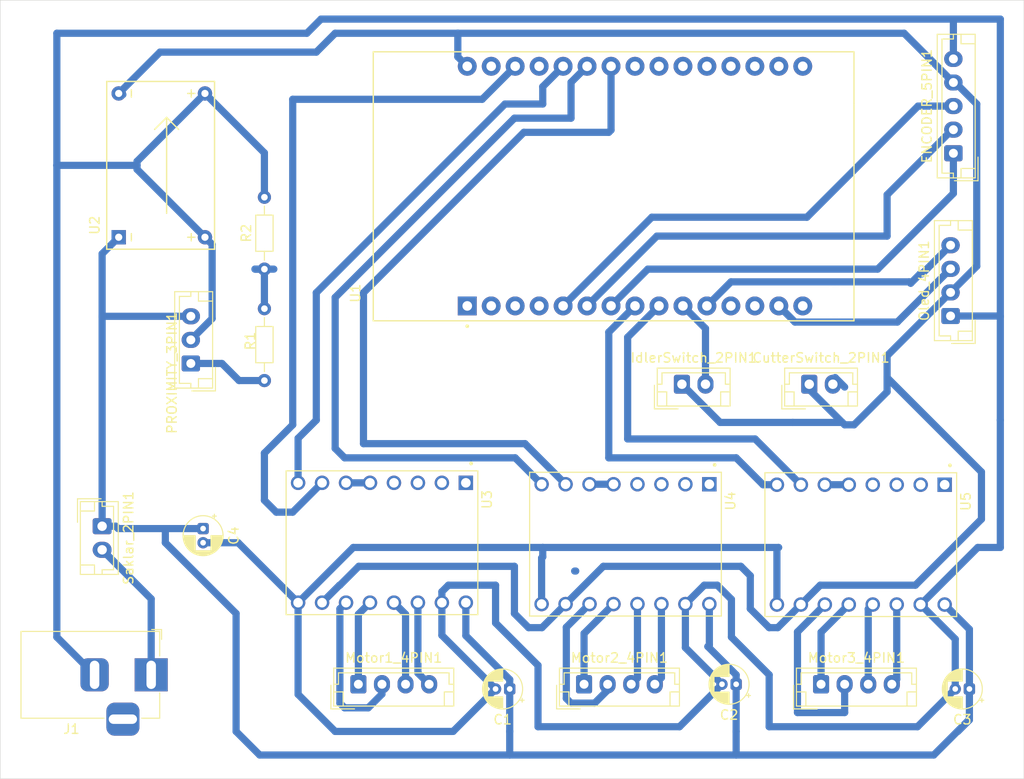
<source format=kicad_pcb>
(kicad_pcb (version 20241229) (generator "pcbnew") (generator_version "9.0")
  (title_block (title "Capstone"))
  (layers (0 "F.Cu" signal) (2 "B.Cu" signal) (13 "F.Paste" user) (15 "B.Paste" user) (5 "F.SilkS" user "F.Silkscreen") (7 "B.SilkS" user "B.Silkscreen") (1 "F.Mask" user) (3 "B.Mask" user) (25 "Edge.Cuts" user))
  (net 0 "")
  (net 1 "GND")
  (net 26 "DATA_PROX_12v")
  (net 27 "DATA_PROX_2v")
  (net 28 "Net-(U3-~{RESET})")
  (net 29 "Net-(U4-~{RESET})")
  (net 30 "Net-(U5-~{RESET})")
  (net 31 "12v_in")
  (net 32 "12v")
  (net 33 "5v")
  (net 34 "M1_2B")
  (net 35 "M1_STEP")
  (net 36 "M1_1A")
  (net 37 "M1_DIR")
  (net 38 "M1_1B")
  (net 39 "M1_2A")
  (net 40 "M2_2B")
  (net 41 "M2_1B")
  (net 42 "M2_DIR")
  (net 43 "M2_1A")
  (net 44 "M2_2A")
  (net 45 "M2_STEP")
  (net 46 "M3_1B")
  (net 47 "M3_DIR")
  (net 48 "M3_STEP")
  (net 49 "M3_2B")
  (net 50 "M3_1A")
  (net 51 "M3_2A")
  (net 52 "Cutter_Data")
  (net 53 "CLK")
  (net 54 "SW")
  (net 55 "DT")
  (net 56 "Idller_Data")
  (net 57 "SDA")
  (net 58 "SCL")
  (footprint "Resistor_THT:R_Axial_DIN0204_L3.6mm_D1.6mm_P7.62mm_Horizontal" (layer "F.Cu") (at 88 60.31 90)
    (property "Reference" "R1" (at 4.19 -1.5 90) (layer "F.SilkS"))
    (property "Value" "12k")
    (pad "1" thru_hole circle (at 0 0 90) (size 1.4 1.4) (drill 0.7) (layers "*.Cu" "*.Mask") (net 26 "DATA_PROX_12v"))
    (pad "2" thru_hole circle (at 7.62 0 90) (size 1.4 1.4) (drill 0.7) (layers "*.Cu" "*.Mask") (net 27 "DATA_PROX_2v"))
  )
  (footprint "A4988_STEPPER_MOTOR_DRIVER_CARRIER_BLACK:MODULE_A4988_STEPPER_MOTOR_DRIVER_CARRIER_BLACK" (layer "F.Cu") (at 126.27 77.65 -90)
    (property "Reference" "U4" (at -4.575 -11.135 90) (layer "F.SilkS"))
    (property "Value" "MOTOR2_DRIVER")
    (pad "1" thru_hole rect (at -6.35 -8.89 270) (size 1.53 1.53) (drill 1.02) (layers "*.Cu" "*.Mask"))
    (pad "2" thru_hole circle (at -6.35 -6.35 270) (size 1.53 1.53) (drill 1.02) (layers "*.Cu" "*.Mask"))
    (pad "3" thru_hole circle (at -6.35 -3.81 270) (size 1.53 1.53) (drill 1.02) (layers "*.Cu" "*.Mask"))
    (pad "4" thru_hole circle (at -6.35 -1.27 270) (size 1.53 1.53) (drill 1.02) (layers "*.Cu" "*.Mask"))
    (pad "5" thru_hole circle (at -6.35 1.27 270) (size 1.53 1.53) (drill 1.02) (layers "*.Cu" "*.Mask") (net 29 "Net-(U4-~{RESET})"))
    (pad "6" thru_hole circle (at -6.35 3.81 270) (size 1.53 1.53) (drill 1.02) (layers "*.Cu" "*.Mask") (net 29 "Net-(U4-~{RESET})"))
    (pad "7" thru_hole circle (at -6.35 6.35 270) (size 1.53 1.53) (drill 1.02) (layers "*.Cu" "*.Mask") (net 45 "M2_STEP"))
    (pad "8" thru_hole circle (at -6.35 8.89 270) (size 1.53 1.53) (drill 1.02) (layers "*.Cu" "*.Mask") (net 42 "M2_DIR"))
    (pad "9" thru_hole circle (at 6.35 8.89 270) (size 1.53 1.53) (drill 1.02) (layers "*.Cu" "*.Mask") (net 1 "GND"))
    (pad "10" thru_hole circle (at 6.35 6.35 270) (size 1.53 1.53) (drill 1.02) (layers "*.Cu" "*.Mask") (net 33 "5v"))
    (pad "11" thru_hole circle (at 6.35 3.81 270) (size 1.53 1.53) (drill 1.02) (layers "*.Cu" "*.Mask") (net 41 "M2_1B"))
    (pad "12" thru_hole circle (at 6.35 1.27 270) (size 1.53 1.53) (drill 1.02) (layers "*.Cu" "*.Mask") (net 43 "M2_1A"))
    (pad "13" thru_hole circle (at 6.35 -1.27 270) (size 1.53 1.53) (drill 1.02) (layers "*.Cu" "*.Mask") (net 44 "M2_2A"))
    (pad "14" thru_hole circle (at 6.35 -3.81 270) (size 1.53 1.53) (drill 1.02) (layers "*.Cu" "*.Mask") (net 40 "M2_2B"))
    (pad "15" thru_hole circle (at 6.35 -6.35 270) (size 1.53 1.53) (drill 1.02) (layers "*.Cu" "*.Mask") (net 1 "GND"))
    (pad "16" thru_hole circle (at 6.35 -8.89 270) (size 1.53 1.53) (drill 1.02) (layers "*.Cu" "*.Mask") (net 32 "12v"))
  )
  (footprint "Connector_JST:JST_EH_B2B-EH-A_1x02_P2.50mm_Vertical" (layer "F.Cu") (at 145.75 60.7)
    (property "Reference" "CutterSwitch_2PIN1" (at 1.25 -2.8 0) (layer "F.SilkS"))
    (property "Value" "Conn_01x02_Pin" (hide yes))
    (pad "1" thru_hole roundrect (at 0 0) (size 1.7 2) (drill 1) (layers "*.Cu" "*.Mask") (roundrect_rratio 0.147059) (net 33 "5v"))
    (pad "2" thru_hole oval (at 2.5 0) (size 1.7 2) (drill 1) (layers "*.Cu" "*.Mask") (net 52 "Cutter_Data"))
  )
  (footprint "Connector_JST:JST_EH_B4B-EH-A_1x04_P2.50mm_Vertical" (layer "F.Cu") (at 160.725 53.47 90)
    (property "Reference" "Oled_4PIN1" (at 3.75 -2.8 90) (layer "F.SilkS"))
    (property "Value" "Conn_01x04_Pin" (hide yes))
    (pad "1" thru_hole roundrect (at 0 0 90) (size 1.7 1.95) (drill 0.95) (layers "*.Cu" "*.Mask") (roundrect_rratio 0.147059) (net 1 "GND"))
    (pad "2" thru_hole oval (at 2.5 0 90) (size 1.7 1.95) (drill 0.95) (layers "*.Cu" "*.Mask") (net 33 "5v"))
    (pad "3" thru_hole oval (at 5 0 90) (size 1.7 1.95) (drill 0.95) (layers "*.Cu" "*.Mask") (net 58 "SCL"))
    (pad "4" thru_hole oval (at 7.5 0 90) (size 1.7 1.95) (drill 0.95) (layers "*.Cu" "*.Mask") (net 57 "SDA"))
  )
  (footprint "Capacitor_THT:CP_Radial_D4.0mm_P1.50mm" (layer "F.Cu") (at 114 93 180)
    (property "Reference" "C1" (at 0.75 -3.25 0) (layer "F.SilkS"))
    (property "Value" "M1_100uf")
    (pad "1" thru_hole roundrect (at 0 0 180) (size 1.2 1.2) (drill 0.6) (layers "*.Cu" "*.Mask") (roundrect_rratio 0.208333) (net 32 "12v"))
    (pad "2" thru_hole circle (at 1.5 0 180) (size 1.2 1.2) (drill 0.6) (layers "*.Cu" "*.Mask") (net 1 "GND"))
  )
  (footprint "Resistor_THT:R_Axial_DIN0204_L3.6mm_D1.6mm_P7.62mm_Horizontal" (layer "F.Cu") (at 88 48.5 90)
    (property "Reference" "R2" (at 3.81 -1.92 90) (layer "F.SilkS"))
    (property "Value" "4.7k")
    (pad "1" thru_hole circle (at 0 0 90) (size 1.4 1.4) (drill 0.7) (layers "*.Cu" "*.Mask") (net 27 "DATA_PROX_2v"))
    (pad "2" thru_hole circle (at 7.62 0 90) (size 1.4 1.4) (drill 0.7) (layers "*.Cu" "*.Mask") (net 1 "GND"))
  )
  (footprint "A4988_STEPPER_MOTOR_DRIVER_CARRIER_BLACK:MODULE_A4988_STEPPER_MOTOR_DRIVER_CARRIER_BLACK" (layer "F.Cu") (at 151.21 77.7 -90)
    (property "Reference" "U5" (at -4.575 -11.135 90) (layer "F.SilkS"))
    (property "Value" "MOTOR3_DRIVER")
    (pad "1" thru_hole rect (at -6.35 -8.89 270) (size 1.53 1.53) (drill 1.02) (layers "*.Cu" "*.Mask"))
    (pad "2" thru_hole circle (at -6.35 -6.35 270) (size 1.53 1.53) (drill 1.02) (layers "*.Cu" "*.Mask"))
    (pad "3" thru_hole circle (at -6.35 -3.81 270) (size 1.53 1.53) (drill 1.02) (layers "*.Cu" "*.Mask"))
    (pad "4" thru_hole circle (at -6.35 -1.27 270) (size 1.53 1.53) (drill 1.02) (layers "*.Cu" "*.Mask"))
    (pad "5" thru_hole circle (at -6.35 1.27 270) (size 1.53 1.53) (drill 1.02) (layers "*.Cu" "*.Mask") (net 30 "Net-(U5-~{RESET})"))
    (pad "6" thru_hole circle (at -6.35 3.81 270) (size 1.53 1.53) (drill 1.02) (layers "*.Cu" "*.Mask") (net 30 "Net-(U5-~{RESET})"))
    (pad "7" thru_hole circle (at -6.35 6.35 270) (size 1.53 1.53) (drill 1.02) (layers "*.Cu" "*.Mask") (net 48 "M3_STEP"))
    (pad "8" thru_hole circle (at -6.35 8.89 270) (size 1.53 1.53) (drill 1.02) (layers "*.Cu" "*.Mask") (net 47 "M3_DIR"))
    (pad "9" thru_hole circle (at 6.35 8.89 270) (size 1.53 1.53) (drill 1.02) (layers "*.Cu" "*.Mask") (net 1 "GND"))
    (pad "10" thru_hole circle (at 6.35 6.35 270) (size 1.53 1.53) (drill 1.02) (layers "*.Cu" "*.Mask") (net 33 "5v"))
    (pad "11" thru_hole circle (at 6.35 3.81 270) (size 1.53 1.53) (drill 1.02) (layers "*.Cu" "*.Mask") (net 46 "M3_1B"))
    (pad "12" thru_hole circle (at 6.35 1.27 270) (size 1.53 1.53) (drill 1.02) (layers "*.Cu" "*.Mask") (net 50 "M3_1A"))
    (pad "13" thru_hole circle (at 6.35 -1.27 270) (size 1.53 1.53) (drill 1.02) (layers "*.Cu" "*.Mask") (net 51 "M3_2A"))
    (pad "14" thru_hole circle (at 6.35 -3.81 270) (size 1.53 1.53) (drill 1.02) (layers "*.Cu" "*.Mask") (net 49 "M3_2B"))
    (pad "15" thru_hole circle (at 6.35 -6.35 270) (size 1.53 1.53) (drill 1.02) (layers "*.Cu" "*.Mask") (net 1 "GND"))
    (pad "16" thru_hole circle (at 6.35 -8.89 270) (size 1.53 1.53) (drill 1.02) (layers "*.Cu" "*.Mask") (net 32 "12v"))
  )
  (footprint "Connector_BarrelJack:BarrelJack_Horizontal" (layer "F.Cu") (at 76 91.5)
    (property "Reference" "J1" (at -8.45 5.75 0) (layer "F.SilkS"))
    (property "Value" "Jack-DC")
    (pad "1" thru_hole rect (at 0 0) (size 3.5 3.5) (drill oval 1 3) (layers "*.Cu" "*.Mask") (net 31 "12v_in"))
    (pad "2" thru_hole roundrect (at -6 0) (size 3 3.5) (drill oval 1 3) (layers "*.Cu" "*.Mask") (net 1 "GND"))
    (pad "3" thru_hole roundrect (at -3 4.7) (size 3.5 3.5) (drill oval 3 1) (layers "*.Cu" "*.Mask"))
  )
  (footprint "Connector_JST:JST_EH_B5B-EH-A_1x05_P2.50mm_Vertical" (layer "F.Cu") (at 161.025 36.22 90)
    (property "Reference" "ENCODER_5PIN1" (at 5 -2.8 90) (layer "F.SilkS"))
    (property "Value" "Conn_01x05_Pin" (hide yes))
    (pad "1" thru_hole roundrect (at 0 0 90) (size 1.7 1.95) (drill 0.95) (layers "*.Cu" "*.Mask") (roundrect_rratio 0.147059) (net 53 "CLK"))
    (pad "2" thru_hole oval (at 2.5 0 90) (size 1.7 1.95) (drill 0.95) (layers "*.Cu" "*.Mask") (net 55 "DT"))
    (pad "3" thru_hole oval (at 5 0 90) (size 1.7 1.95) (drill 0.95) (layers "*.Cu" "*.Mask") (net 54 "SW"))
    (pad "4" thru_hole oval (at 7.5 0 90) (size 1.7 1.95) (drill 0.95) (layers "*.Cu" "*.Mask") (net 33 "5v"))
    (pad "5" thru_hole oval (at 10 0 90) (size 1.7 1.95) (drill 0.95) (layers "*.Cu" "*.Mask") (net 1 "GND"))
  )
  (footprint "Connector_JST:JST_EH_B2B-EH-A_1x02_P2.50mm_Vertical" (layer "F.Cu") (at 70.8 75.75 -90)
    (property "Reference" "Saklar_2PIN1" (at 1.25 -2.8 90) (layer "F.SilkS"))
    (property "Value" "Conn_01x02_Pin" (hide yes))
    (pad "1" thru_hole roundrect (at 0 0 270) (size 1.7 2) (drill 1) (layers "*.Cu" "*.Mask") (roundrect_rratio 0.147059) (net 32 "12v"))
    (pad "2" thru_hole oval (at 2.5 0 270) (size 1.7 2) (drill 1) (layers "*.Cu" "*.Mask") (net 31 "12v_in"))
  )
  (footprint "Connector_JST:JST_EH_B4B-EH-A_1x04_P2.50mm_Vertical" (layer "F.Cu") (at 97.96 92.5)
    (property "Reference" "Motor1_4PIN1" (at 3.75 -2.8 0) (layer "F.SilkS"))
    (property "Value" "Conn_01x04_Pin")
    (pad "1" thru_hole roundrect (at 0 0) (size 1.7 1.95) (drill 0.95) (layers "*.Cu" "*.Mask") (roundrect_rratio 0.147059) (net 36 "M1_1A"))
    (pad "2" thru_hole oval (at 2.5 0) (size 1.7 1.95) (drill 0.95) (layers "*.Cu" "*.Mask") (net 38 "M1_1B"))
    (pad "3" thru_hole oval (at 5 0) (size 1.7 1.95) (drill 0.95) (layers "*.Cu" "*.Mask") (net 39 "M1_2A"))
    (pad "4" thru_hole oval (at 7.5 0) (size 1.7 1.95) (drill 0.95) (layers "*.Cu" "*.Mask") (net 34 "M1_2B"))
  )
  (footprint "Capacitor_THT:CP_Radial_D4.0mm_P1.50mm" (layer "F.Cu") (at 81.5 76 -90)
    (property "Reference" "C4" (at 0.75 -3.25 90) (layer "F.SilkS"))
    (property "Value" "470uf")
    (pad "1" thru_hole roundrect (at 0 0 270) (size 1.2 1.2) (drill 0.6) (layers "*.Cu" "*.Mask") (roundrect_rratio 0.208333) (net 32 "12v"))
    (pad "2" thru_hole circle (at 1.5 0 270) (size 1.2 1.2) (drill 0.6) (layers "*.Cu" "*.Mask") (net 1 "GND"))
  )
  (footprint "Connector_JST:JST_EH_B4B-EH-A_1x04_P2.50mm_Vertical" (layer "F.Cu") (at 121.88 92.5)
    (property "Reference" "Motor2_4PIN1" (at 3.75 -2.8 0) (layer "F.SilkS"))
    (property "Value" "Conn_01x04_Pin")
    (pad "1" thru_hole roundrect (at 0 0) (size 1.7 1.95) (drill 0.95) (layers "*.Cu" "*.Mask") (roundrect_rratio 0.147059) (net 43 "M2_1A"))
    (pad "2" thru_hole oval (at 2.5 0) (size 1.7 1.95) (drill 0.95) (layers "*.Cu" "*.Mask") (net 41 "M2_1B"))
    (pad "3" thru_hole oval (at 5 0) (size 1.7 1.95) (drill 0.95) (layers "*.Cu" "*.Mask") (net 44 "M2_2A"))
    (pad "4" thru_hole oval (at 7.5 0) (size 1.7 1.95) (drill 0.95) (layers "*.Cu" "*.Mask") (net 40 "M2_2B"))
  )
  (footprint "Capacitor_THT:CP_Radial_D4.0mm_P1.50mm" (layer "F.Cu") (at 162.7226 93 180)
    (property "Reference" "C3" (at 0.75 -3.25 0) (layer "F.SilkS"))
    (property "Value" "M3_100uf")
    (pad "1" thru_hole roundrect (at 0 0 180) (size 1.2 1.2) (drill 0.6) (layers "*.Cu" "*.Mask") (roundrect_rratio 0.208333) (net 32 "12v"))
    (pad "2" thru_hole circle (at 1.5 0 180) (size 1.2 1.2) (drill 0.6) (layers "*.Cu" "*.Mask") (net 1 "GND"))
  )
  (footprint "Connector_JST:JST_EH_B4B-EH-A_1x04_P2.50mm_Vertical" (layer "F.Cu") (at 147 92.5)
    (property "Reference" "Motor3_4PIN1" (at 3.75 -2.8 0) (layer "F.SilkS"))
    (property "Value" "Conn_01x04_Pin")
    (pad "1" thru_hole roundrect (at 0 0) (size 1.7 1.95) (drill 0.95) (layers "*.Cu" "*.Mask") (roundrect_rratio 0.147059) (net 50 "M3_1A"))
    (pad "2" thru_hole oval (at 2.5 0) (size 1.7 1.95) (drill 0.95) (layers "*.Cu" "*.Mask") (net 46 "M3_1B"))
    (pad "3" thru_hole oval (at 5 0) (size 1.7 1.95) (drill 0.95) (layers "*.Cu" "*.Mask") (net 51 "M3_2A"))
    (pad "4" thru_hole oval (at 7.5 0) (size 1.7 1.95) (drill 0.95) (layers "*.Cu" "*.Mask") (net 49 "M3_2B"))
  )
  (footprint "Capacitor_THT:CP_Radial_D4.0mm_P1.50mm" (layer "F.Cu") (at 138 92.5 180)
    (property "Reference" "C2" (at 0.75 -3.25 0) (layer "F.SilkS"))
    (property "Value" "M2_100uf")
    (pad "1" thru_hole roundrect (at 0 0 180) (size 1.2 1.2) (drill 0.6) (layers "*.Cu" "*.Mask") (roundrect_rratio 0.208333) (net 32 "12v"))
    (pad "2" thru_hole circle (at 1.5 0 180) (size 1.2 1.2) (drill 0.6) (layers "*.Cu" "*.Mask") (net 1 "GND"))
  )
  (footprint "Connector_JST:JST_EH_B2B-EH-A_1x02_P2.50mm_Vertical" (layer "F.Cu") (at 132.25 60.7)
    (property "Reference" "IdlerSwitch_2PIN1" (at 1.25 -2.8 0) (layer "F.SilkS"))
    (property "Value" "Conn_01x02_Pin" (hide yes))
    (pad "1" thru_hole roundrect (at 0 0) (size 1.7 2) (drill 1) (layers "*.Cu" "*.Mask") (roundrect_rratio 0.147059) (net 33 "5v"))
    (pad "2" thru_hole oval (at 2.5 0) (size 1.7 2) (drill 1) (layers "*.Cu" "*.Mask") (net 56 "Idller_Data"))
  )
  (footprint "A4988_STEPPER_MOTOR_DRIVER_CARRIER_BLACK:MODULE_A4988_STEPPER_MOTOR_DRIVER_CARRIER_BLACK" (layer "F.Cu") (at 100.46 77.5 -90)
    (property "Reference" "U3" (at -4.575 -11.135 90) (layer "F.SilkS"))
    (property "Value" "MOTOR1_DRIVER")
    (pad "1" thru_hole rect (at -6.35 -8.89 270) (size 1.53 1.53) (drill 1.02) (layers "*.Cu" "*.Mask"))
    (pad "2" thru_hole circle (at -6.35 -6.35 270) (size 1.53 1.53) (drill 1.02) (layers "*.Cu" "*.Mask"))
    (pad "3" thru_hole circle (at -6.35 -3.81 270) (size 1.53 1.53) (drill 1.02) (layers "*.Cu" "*.Mask"))
    (pad "4" thru_hole circle (at -6.35 -1.27 270) (size 1.53 1.53) (drill 1.02) (layers "*.Cu" "*.Mask"))
    (pad "5" thru_hole circle (at -6.35 1.27 270) (size 1.53 1.53) (drill 1.02) (layers "*.Cu" "*.Mask") (net 28 "Net-(U3-~{RESET})"))
    (pad "6" thru_hole circle (at -6.35 3.81 270) (size 1.53 1.53) (drill 1.02) (layers "*.Cu" "*.Mask") (net 28 "Net-(U3-~{RESET})"))
    (pad "7" thru_hole circle (at -6.35 6.35 270) (size 1.53 1.53) (drill 1.02) (layers "*.Cu" "*.Mask") (net 35 "M1_STEP"))
    (pad "8" thru_hole circle (at -6.35 8.89 270) (size 1.53 1.53) (drill 1.02) (layers "*.Cu" "*.Mask") (net 37 "M1_DIR"))
    (pad "9" thru_hole circle (at 6.35 8.89 270) (size 1.53 1.53) (drill 1.02) (layers "*.Cu" "*.Mask") (net 1 "GND"))
    (pad "10" thru_hole circle (at 6.35 6.35 270) (size 1.53 1.53) (drill 1.02) (layers "*.Cu" "*.Mask") (net 33 "5v"))
    (pad "11" thru_hole circle (at 6.35 3.81 270) (size 1.53 1.53) (drill 1.02) (layers "*.Cu" "*.Mask") (net 38 "M1_1B"))
    (pad "12" thru_hole circle (at 6.35 1.27 270) (size 1.53 1.53) (drill 1.02) (layers "*.Cu" "*.Mask") (net 36 "M1_1A"))
    (pad "13" thru_hole circle (at 6.35 -1.27 270) (size 1.53 1.53) (drill 1.02) (layers "*.Cu" "*.Mask") (net 39 "M1_2A"))
    (pad "14" thru_hole circle (at 6.35 -3.81 270) (size 1.53 1.53) (drill 1.02) (layers "*.Cu" "*.Mask") (net 34 "M1_2B"))
    (pad "15" thru_hole circle (at 6.35 -6.35 270) (size 1.53 1.53) (drill 1.02) (layers "*.Cu" "*.Mask") (net 1 "GND"))
    (pad "16" thru_hole circle (at 6.35 -8.89 270) (size 1.53 1.53) (drill 1.02) (layers "*.Cu" "*.Mask") (net 32 "12v"))
  )
  (footprint "Capstone:Mini360_Module" (layer "F.Cu") (at 72.555 45.12 90)
    (property "Reference" "U2" (at 1.27 -2.54 90) (layer "F.SilkS"))
    (property "Value" "Mini360")
    (fp_text user "-" (at 15.24 1.27 90) (layer "F.SilkS"))
    (fp_text user "+" (at 0 7.62 90) (layer "F.SilkS"))
    (fp_text user "-" (at 0 1.27 90) (layer "F.SilkS"))
    (fp_text user "+" (at 15.24 7.62 90) (layer "F.SilkS"))
    (pad "1" thru_hole circle (at 0 9.144 90) (size 1.524 1.524) (drill 0.762) (layers "*.Cu" "*.Mask") (net 1 "GND"))
    (pad "2" thru_hole rect (at 0 0 90) (size 1.524 1.524) (drill 0.762) (layers "*.Cu" "*.Mask") (net 32 "12v"))
    (pad "3" thru_hole circle (at 15.24 9.144 90) (size 1.524 1.524) (drill 0.762) (layers "*.Cu" "*.Mask") (net 1 "GND"))
    (pad "4" thru_hole circle (at 15.24 0 90) (size 1.524 1.524) (drill 0.762) (layers "*.Cu" "*.Mask") (net 33 "5v"))
  )
  (footprint "ESP32-DEVKIT-V1:MODULE_ESP32_DEVKIT_V1" (layer "F.Cu") (at 125.015 39.7 90)
    (property "Reference" "U1" (at -11.355 -27.36 90) (layer "F.SilkS"))
    (property "Value" "ESP32-DEVKIT-V1")
    (pad "" np_thru_hole circle (at -12.28 -23.475 90) (size 3 3) (drill 3) (layers "*.Cu" "*.Mask"))
    (pad "" np_thru_hole circle (at -12.28 23.475 90) (size 3 3) (drill 3) (layers "*.Cu" "*.Mask"))
    (pad "" np_thru_hole circle (at 12.23 -23.475 90) (size 3 3) (drill 3) (layers "*.Cu" "*.Mask"))
    (pad "" np_thru_hole circle (at 12.23 23.475 90) (size 3 3) (drill 3) (layers "*.Cu" "*.Mask"))
    (pad "1" thru_hole rect (at -12.7 -15.515 90) (size 2 2) (drill 1.02) (layers "*.Cu" "*.Mask"))
    (pad "2" thru_hole circle (at -12.7 -12.975 90) (size 2 2) (drill 1.02) (layers "*.Cu" "*.Mask") (net 1 "GND"))
    (pad "3" thru_hole circle (at -12.7 -10.435 90) (size 2 2) (drill 1.02) (layers "*.Cu" "*.Mask"))
    (pad "4" thru_hole circle (at -12.7 -7.895 90) (size 2 2) (drill 1.02) (layers "*.Cu" "*.Mask"))
    (pad "5" thru_hole circle (at -12.7 -5.355 90) (size 2 2) (drill 1.02) (layers "*.Cu" "*.Mask") (net 54 "SW"))
    (pad "6" thru_hole circle (at -12.7 -2.815 90) (size 2 2) (drill 1.02) (layers "*.Cu" "*.Mask") (net 55 "DT"))
    (pad "7" thru_hole circle (at -12.7 -0.275 90) (size 2 2) (drill 1.02) (layers "*.Cu" "*.Mask") (net 53 "CLK"))
    (pad "8" thru_hole circle (at -12.7 2.265 90) (size 2 2) (drill 1.02) (layers "*.Cu" "*.Mask") (net 47 "M3_DIR"))
    (pad "9" thru_hole circle (at -12.7 4.805 90) (size 2 2) (drill 1.02) (layers "*.Cu" "*.Mask") (net 48 "M3_STEP"))
    (pad "10" thru_hole circle (at -12.7 7.345 90) (size 2 2) (drill 1.02) (layers "*.Cu" "*.Mask") (net 56 "Idller_Data"))
    (pad "11" thru_hole circle (at -12.7 9.885 90) (size 2 2) (drill 1.02) (layers "*.Cu" "*.Mask") (net 57 "SDA"))
    (pad "12" thru_hole circle (at -12.7 12.425 90) (size 2 2) (drill 1.02) (layers "*.Cu" "*.Mask"))
    (pad "13" thru_hole circle (at -12.7 14.965 90) (size 2 2) (drill 1.02) (layers "*.Cu" "*.Mask"))
    (pad "14" thru_hole circle (at -12.7 17.505 90) (size 2 2) (drill 1.02) (layers "*.Cu" "*.Mask") (net 58 "SCL"))
    (pad "15" thru_hole circle (at -12.7 20.045 90) (size 2 2) (drill 1.02) (layers "*.Cu" "*.Mask"))
    (pad "16" thru_hole circle (at 12.7 20.045 90) (size 2 2) (drill 1.02) (layers "*.Cu" "*.Mask"))
    (pad "17" thru_hole circle (at 12.7 17.505 90) (size 2 2) (drill 1.02) (layers "*.Cu" "*.Mask"))
    (pad "18" thru_hole circle (at 12.7 14.965 90) (size 2 2) (drill 1.02) (layers "*.Cu" "*.Mask"))
    (pad "19" thru_hole circle (at 12.7 12.425 90) (size 2 2) (drill 1.02) (layers "*.Cu" "*.Mask"))
    (pad "20" thru_hole circle (at 12.7 9.885 90) (size 2 2) (drill 1.02) (layers "*.Cu" "*.Mask") (net 27 "DATA_PROX_2v"))
    (pad "21" thru_hole circle (at 12.7 7.345 90) (size 2 2) (drill 1.02) (layers "*.Cu" "*.Mask"))
    (pad "22" thru_hole circle (at 12.7 4.805 90) (size 2 2) (drill 1.02) (layers "*.Cu" "*.Mask") (net 52 "Cutter_Data"))
    (pad "23" thru_hole circle (at 12.7 2.265 90) (size 2 2) (drill 1.02) (layers "*.Cu" "*.Mask"))
    (pad "24" thru_hole circle (at 12.7 -0.275 90) (size 2 2) (drill 1.02) (layers "*.Cu" "*.Mask") (net 45 "M2_STEP"))
    (pad "25" thru_hole circle (at 12.7 -2.815 90) (size 2 2) (drill 1.02) (layers "*.Cu" "*.Mask") (net 42 "M2_DIR"))
    (pad "26" thru_hole circle (at 12.7 -5.355 90) (size 2 2) (drill 1.02) (layers "*.Cu" "*.Mask") (net 37 "M1_DIR"))
    (pad "27" thru_hole circle (at 12.7 -7.895 90) (size 2 2) (drill 1.02) (layers "*.Cu" "*.Mask"))
    (pad "28" thru_hole circle (at 12.7 -10.435 90) (size 2 2) (drill 1.02) (layers "*.Cu" "*.Mask") (net 35 "M1_STEP"))
    (pad "29" thru_hole circle (at 12.7 -12.975 90) (size 2 2) (drill 1.02) (layers "*.Cu" "*.Mask") (net 1 "GND"))
    (pad "30" thru_hole circle (at 12.7 -15.515 90) (size 2 2) (drill 1.02) (layers "*.Cu" "*.Mask") (net 33 "5v"))
  )
  (footprint "Connector_JST:JST_EH_B3B-EH-A_1x03_P2.50mm_Vertical" (layer "F.Cu") (at 80.2 58.5 90)
    (property "Reference" "PROXIMITY_3PIN1" (at -1 -2 90) (layer "F.SilkS"))
    (property "Value" "Conn_01x03_Pin" (hide yes))
    (pad "1" thru_hole roundrect (at 0 0 90) (size 1.7 1.95) (drill 0.95) (layers "*.Cu" "*.Mask") (roundrect_rratio 0.147059) (net 26 "DATA_PROX_12v"))
    (pad "2" thru_hole oval (at 2.5 0 90) (size 1.7 1.95) (drill 0.95) (layers "*.Cu" "*.Mask") (net 1 "GND"))
    (pad "3" thru_hole oval (at 5 0 90) (size 1.7 1.95) (drill 0.95) (layers "*.Cu" "*.Mask") (net 32 "12v"))
  )
  (gr_rect (start 60 20) (end 168.5 102.5) (stroke (width 0.05)) (fill no) (layer "Edge.Cuts"))
  (segment (start 74.5 37.921) (end 74.5 37.5) (width 0.762) (layer "B.Cu") (net 1))
  (segment (start 117.5 79) (end 117.38 79.12) (width 0.762) (layer "B.Cu") (net 1))
  (segment (start 161.025 26.22) (end 161.025 22.025) (width 0.762) (layer "B.Cu") (net 1))
  (segment (start 95.5 97.5) (end 108 97.5) (width 0.762) (layer "B.Cu") (net 1))
  (segment (start 166 64.5) (end 166 78) (width 0.762) (layer "B.Cu") (net 1))
  (segment (start 81.699 29.88) (end 74.5 37.079) (width 0.762) (layer "B.Cu") (net 1))
  (segment (start 108 97.5) (end 112.5 93) (width 0.762) (layer "B.Cu") (net 1))
  (segment (start 137.5 83.5) (end 137.5 87.5) (width 0.762) (layer "B.Cu") (net 1))
  (segment (start 112.5 93) (end 106.81 87.31) (width 0.762) (layer "B.Cu") (net 1))
  (segment (start 142.5 78) (end 117.5 78) (width 0.762) (layer "B.Cu") (net 1))
  (segment (start 81.699 45.12) (end 74.5 37.921) (width 0.762) (layer "B.Cu") (net 1))
  (segment (start 142.32 78.18) (end 142.5 78) (width 0.762) (layer "B.Cu") (net 1))
  (segment (start 85.22 77.5) (end 91.57 83.85) (width 0.762) (layer "B.Cu") (net 1))
  (segment (start 134.62 82) (end 136 82) (width 0.762) (layer "B.Cu") (net 1))
  (segment (start 88 36.181) (end 81.699 29.88) (width 0.762) (layer "B.Cu") (net 1))
  (segment (start 161 22) (end 166 22) (width 0.762) (layer "B.Cu") (net 1))
  (segment (start 107.5 82) (end 112.5 82) (width 0.762) (layer "B.Cu") (net 1))
  (segment (start 163.61 78) (end 166 78) (width 0.762) (layer "B.Cu") (net 1))
  (segment (start 141.5 97) (end 157.2226 97) (width 0.762) (layer "B.Cu") (net 1))
  (segment (start 157.56 84.05) (end 158.005 84.495) (width 0.762) (layer "B.Cu") (net 1))
  (segment (start 117.5 78) (end 97.42 78) (width 0.762) (layer "B.Cu") (net 1))
  (segment (start 81.5 77.5) (end 85.22 77.5) (width 0.762) (layer "B.Cu") (net 1))
  (segment (start 91.57 93.57) (end 95.5 97.5) (width 0.762) (layer "B.Cu") (net 1))
  (segment (start 80.2 56) (end 82.460999 53.739001) (width 0.762) (layer "B.Cu") (net 1))
  (segment (start 165.97 53.47) (end 166 53.5) (width 0.762) (layer "B.Cu") (net 1))
  (segment (start 117.5 78) (end 117.5 79) (width 0.762) (layer "B.Cu") (net 1))
  (segment (start 117 97) (end 132 97) (width 0.762) (layer "B.Cu") (net 1))
  (segment (start 158.005 84.495) (end 161.2226 87.7126) (width 0.762) (layer "B.Cu") (net 1))
  (segment (start 137.5 87.5) (end 141.5 91.5) (width 0.762) (layer "B.Cu") (net 1))
  (segment (start 74.5 37.5) (end 66 37.5) (width 0.762) (layer "B.Cu") (net 1))
  (segment (start 166 22) (end 166 53.5) (width 0.762) (layer "B.Cu") (net 1))
  (segment (start 74.5 37.079) (end 74.5 37.5) (width 0.762) (layer "B.Cu") (net 1))
  (segment (start 97.42 78) (end 91.57 83.85) (width 0.762) (layer "B.Cu") (net 1))
  (segment (start 132.62 88.62) (end 132.62 84) (width 0.762) (layer "B.Cu") (net 1))
  (segment (start 94 22) (end 161 22) (width 0.762) (layer "B.Cu") (net 1))
  (segment (start 88 40.88) (end 88 36.181) (width 0.762) (layer "B.Cu") (net 1))
  (segment (start 117 90.5) (end 117 97) (width 0.762) (layer "B.Cu") (net 1))
  (segment (start 112.5 82) (end 112.5 86) (width 0.762) (layer "B.Cu") (net 1))
  (segment (start 82.460999 53.739001) (end 82.460999 45.881999) (width 0.762) (layer "B.Cu") (net 1))
  (segment (start 106.81 87.31) (end 106.81 83.85) (width 0.762) (layer "B.Cu") (net 1))
  (segment (start 160.725 53.47) (end 165.97 53.47) (width 0.762) (layer "B.Cu") (net 1))
  (segment (start 106.81 82.69) (end 107.5 82) (width 0.762) (layer "B.Cu") (net 1))
  (segment (start 66 87.5) (end 66 37.5) (width 0.762) (layer "B.Cu") (net 1))
  (segment (start 157.2226 97) (end 161.2226 93) (width 0.762) (layer "B.Cu") (net 1))
  (segment (start 136 82) (end 137.5 83.5) (width 0.762) (layer "B.Cu") (net 1))
  (segment (start 161.025 22.025) (end 161 22) (width 0.762) (layer "B.Cu") (net 1))
  (segment (start 142.32 84.05) (end 142.32 78.18) (width 0.762) (layer "B.Cu") (net 1))
  (segment (start 141.5 91.5) (end 141.5 97) (width 0.762) (layer "B.Cu") (net 1))
  (segment (start 106.81 83.85) (end 106.81 82.69) (width 0.762) (layer "B.Cu") (net 1))
  (segment (start 92.5 23.5) (end 94 22) (width 0.762) (layer "B.Cu") (net 1))
  (segment (start 136.5 92.5) (end 132.62 88.62) (width 0.762) (layer "B.Cu") (net 1))
  (segment (start 66 37.5) (end 66 23.5) (width 0.762) (layer "B.Cu") (net 1))
  (segment (start 112.5 86) (end 117 90.5) (width 0.762) (layer "B.Cu") (net 1))
  (segment (start 82.460999 45.881999) (end 81.699 45.12) (width 0.762) (layer "B.Cu") (net 1))
  (segment (start 161.2226 87.7126) (end 161.2226 93) (width 0.762) (layer "B.Cu") (net 1))
  (segment (start 142.32 84.05) (end 142.45 84.05) (width 0.762) (layer "B.Cu") (net 1))
  (segment (start 117.38 79.12) (end 117.38 84) (width 0.762) (layer "B.Cu") (net 1))
  (segment (start 66 23.5) (end 92.5 23.5) (width 0.762) (layer "B.Cu") (net 1))
  (segment (start 91.57 83.85) (end 91.57 93.57) (width 0.762) (layer "B.Cu") (net 1))
  (segment (start 166 53.5) (end 166 64.5) (width 0.762) (layer "B.Cu") (net 1))
  (segment (start 157.5 83.99) (end 158.005 84.495) (width 0.762) (layer "B.Cu") (net 1))
  (segment (start 132 97) (end 136.5 92.5) (width 0.762) (layer "B.Cu") (net 1))
  (segment (start 120.88 80.5) (end 121 80.5) (width 0.762) (layer "B.Cu") (net 1))
  (segment (start 157.56 84.05) (end 163.61 78) (width 0.762) (layer "B.Cu") (net 1))
  (segment (start 70 91.5) (end 66 87.5) (width 0.762) (layer "B.Cu") (net 1))
  (segment (start 132.62 84) (end 134.62 82) (width 0.762) (layer "B.Cu") (net 1))
  (segment (start 80.2 58.5) (end 83.5 58.5) (width 0.762) (layer "B.Cu") (net 26))
  (segment (start 85.31 60.31) (end 88 60.31) (width 0.762) (layer "B.Cu") (net 26))
  (segment (start 83.5 58.5) (end 85.31 60.31) (width 0.762) (layer "B.Cu") (net 26))
  (segment (start 88 48.5) (end 87 48.5) (width 0.762) (layer "B.Cu") (net 27))
  (segment (start 88 52.69) (end 88 48.5) (width 0.762) (layer "B.Cu") (net 27))
  (segment (start 87 48.5) (end 89 48.5) (width 0.762) (layer "B.Cu") (net 27))
  (segment (start 99.19 71.15) (end 96.65 71.15) (width 0.762) (layer "B.Cu") (net 28))
  (segment (start 122.46 71.3) (end 125 71.3) (width 0.762) (layer "B.Cu") (net 29))
  (segment (start 147.4 71.35) (end 149.94 71.35) (width 0.762) (layer "B.Cu") (net 30))
  (segment (start 76 83.45) (end 70.8 78.25) (width 0.762) (layer "B.Cu") (net 31))
  (segment (start 76 91.5) (end 76 92) (width 0.762) (layer "B.Cu") (net 31))
  (segment (start 76 91.5) (end 76 83.45) (width 0.762) (layer "B.Cu") (net 31))
  (segment (start 160.1 84.05) (end 162.7226 86.6726) (width 0.762) (layer "B.Cu") (net 32))
  (segment (start 85 85) (end 85 97.5) (width 0.762) (layer "B.Cu") (net 32))
  (segment (start 138 92.5) (end 138 97.5) (width 0.762) (layer "B.Cu") (net 32))
  (segment (start 162.7226 96.2774) (end 161.5 97.5) (width 0.762) (layer "B.Cu") (net 32))
  (segment (start 158.9452 100) (end 162.7226 96.2226) (width 0.762) (layer "B.Cu") (net 32))
  (segment (start 114 100) (end 138 100) (width 0.762) (layer "B.Cu") (net 32))
  (segment (start 87.5 100) (end 114 100) (width 0.762) (layer "B.Cu") (net 32))
  (segment (start 138 92.5) (end 138 91.5) (width 0.762) (layer "B.Cu") (net 32))
  (segment (start 162.7226 86.6726) (end 162.7226 93) (width 0.762) (layer "B.Cu") (net 32))
  (segment (start 138 91.5) (end 135 88.5) (width 0.762) (layer "B.Cu") (net 32))
  (segment (start 77.5 77.5) (end 77.5 76) (width 0.762) (layer "B.Cu") (net 32))
  (segment (start 70.8 75.75) (end 72.25 75.75) (width 0.762) (layer "B.Cu") (net 32))
  (segment (start 138 100) (end 158.9452 100) (width 0.762) (layer "B.Cu") (net 32))
  (segment (start 114 93) (end 114 97.5) (width 0.762) (layer "B.Cu") (net 32))
  (segment (start 162.7226 96.2226) (end 162.7226 96.2774) (width 0.762) (layer "B.Cu") (net 32))
  (segment (start 162.7226 93) (end 162.7226 96.2226) (width 0.762) (layer "B.Cu") (net 32))
  (segment (start 77.5 76) (end 81.5 76) (width 0.762) (layer "B.Cu") (net 32))
  (segment (start 114 92) (end 114 93) (width 0.762) (layer "B.Cu") (net 32))
  (segment (start 70.8 53.5) (end 70.8 46.875) (width 0.762) (layer "B.Cu") (net 32))
  (segment (start 72.25 75.75) (end 72.5 76) (width 0.762) (layer "B.Cu") (net 32))
  (segment (start 114 100) (end 114 97.5) (width 0.762) (layer "B.Cu") (net 32))
  (segment (start 109.35 87.35) (end 114 92) (width 0.762) (layer "B.Cu") (net 32))
  (segment (start 72.5 76) (end 77.5 76) (width 0.762) (layer "B.Cu") (net 32))
  (segment (start 109.35 83.85) (end 109.35 87.35) (width 0.762) (layer "B.Cu") (net 32))
  (segment (start 138 100) (end 138 97.5) (width 0.762) (layer "B.Cu") (net 32))
  (segment (start 135.16 88.34) (end 135.16 84) (width 0.762) (layer "B.Cu") (net 32))
  (segment (start 135 88.5) (end 135.16 88.34) (width 0.762) (layer "B.Cu") (net 32))
  (segment (start 70.8 75.75) (end 70.8 53.5) (width 0.762) (layer "B.Cu") (net 32))
  (segment (start 85 97.5) (end 87.5 100) (width 0.762) (layer "B.Cu") (net 32))
  (segment (start 70.8 46.875) (end 72.555 45.12) (width 0.762) (layer "B.Cu") (net 32))
  (segment (start 80.2 53.5) (end 70.8 53.5) (width 0.762) (layer "B.Cu") (net 32))
  (segment (start 77.5 77.5) (end 85 85) (width 0.762) (layer "B.Cu") (net 32))
  (segment (start 160.725 50.97) (end 160.716446 50.97) (width 0.762) (layer "B.Cu") (net 33))
  (segment (start 149.5 65) (end 149.25 64.75) (width 0.762) (layer "B.Cu") (net 33))
  (segment (start 145.75 61.25) (end 149.25 64.75) (width 0.762) (layer "B.Cu") (net 33))
  (segment (start 161.025 28.72) (end 161.22 28.72) (width 0.762) (layer "B.Cu") (net 33))
  (segment (start 132.25 60.7) (end 136.3 64.75) (width 0.762) (layer "B.Cu") (net 33))
  (segment (start 146.91 82) (end 157 82) (width 0.762) (layer "B.Cu") (net 33))
  (segment (start 93.5 25.5) (end 95.5 23.5) (width 0.762) (layer "B.Cu") (net 33))
  (segment (start 72.555 29.88) (end 72.88 29.88) (width 0.762) (layer "B.Cu") (net 33))
  (segment (start 95.5 23.5) (end 108.5 23.5) (width 0.762) (layer "B.Cu") (net 33))
  (segment (start 136.3 64.75) (end 144 64.75) (width 0.762) (layer "B.Cu") (net 33))
  (segment (start 145.75 60.7) (end 145.75 61.25) (width 0.762) (layer "B.Cu") (net 33))
  (segment (start 160.725 50.97) (end 163.5 48.195) (width 0.762) (layer "B.Cu") (net 33))
  (segment (start 141.5 86.5) (end 142.41 86.5) (width 0.762) (layer "B.Cu") (net 33))
  (segment (start 150.5 65) (end 154 61.5) (width 0.762) (layer "B.Cu") (net 33))
  (segment (start 108.5 23.5) (end 155.805 23.5) (width 0.762) (layer "B.Cu") (net 33))
  (segment (start 114.5 80) (end 114.5 85) (width 0.762) (layer "B.Cu") (net 33))
  (segment (start 144.86 84.05) (end 146.91 82) (width 0.762) (layer "B.Cu") (net 33))
  (segment (start 116 86.5) (end 117.42 86.5) (width 0.762) (layer "B.Cu") (net 33))
  (segment (start 154 60) (end 154 57.686446) (width 0.762) (layer "B.Cu") (net 33))
  (segment (start 139.5 81) (end 139.5 84.5) (width 0.762) (layer "B.Cu") (net 33))
  (segment (start 154 61.5) (end 154 60) (width 0.762) (layer "B.Cu") (net 33))
  (segment (start 157 82) (end 164 75) (width 0.762) (layer "B.Cu") (net 33))
  (segment (start 73 30) (end 72.88 29.88) (width 0.762) (layer "B.Cu") (net 33))
  (segment (start 155.805 23.5) (end 161.025 28.72) (width 0.762) (layer "B.Cu") (net 33))
  (segment (start 138.5 80) (end 139.5 81) (width 0.762) (layer "B.Cu") (net 33))
  (segment (start 76.935 25.5) (end 93.5 25.5) (width 0.762) (layer "B.Cu") (net 33))
  (segment (start 123.92 80) (end 138.5 80) (width 0.762) (layer "B.Cu") (net 33))
  (segment (start 98 80) (end 114.5 80) (width 0.762) (layer "B.Cu") (net 33))
  (segment (start 108.5 26) (end 109.5 27) (width 0.762) (layer "B.Cu") (net 33))
  (segment (start 144 64.75) (end 149.25 64.75) (width 0.762) (layer "B.Cu") (net 33))
  (segment (start 160.716446 50.97) (end 154 57.686446) (width 0.762) (layer "B.Cu") (net 33))
  (segment (start 114.5 85) (end 116 86.5) (width 0.762) (layer "B.Cu") (net 33))
  (segment (start 150.5 65) (end 149.5 65) (width 0.762) (layer "B.Cu") (net 33))
  (segment (start 96 82) (end 98 80) (width 0.762) (layer "B.Cu") (net 33))
  (segment (start 119.92 84) (end 123.92 80) (width 0.762) (layer "B.Cu") (net 33))
  (segment (start 164 75) (end 164 70) (width 0.762) (layer "B.Cu") (net 33))
  (segment (start 108.5 23.5) (end 108.5 26) (width 0.762) (layer "B.Cu") (net 33))
  (segment (start 72.555 29.88) (end 76.935 25.5) (width 0.762) (layer "B.Cu") (net 33))
  (segment (start 161.22 28.72) (end 163.5 31) (width 0.762) (layer "B.Cu") (net 33))
  (segment (start 163.5 48.195) (end 163.5 31) (width 0.762) (layer "B.Cu") (net 33))
  (segment (start 117.42 86.5) (end 119.92 84) (width 0.762) (layer "B.Cu") (net 33))
  (segment (start 94.11 83.85) (end 95.96 82) (width 0.762) (layer "B.Cu") (net 33))
  (segment (start 139.5 84.5) (end 141.5 86.5) (width 0.762) (layer "B.Cu") (net 33))
  (segment (start 164 70) (end 154 60) (width 0.762) (layer "B.Cu") (net 33))
  (segment (start 95.96 82) (end 96 82) (width 0.762) (layer "B.Cu") (net 33))
  (segment (start 142.41 86.5) (end 144.86 84.05) (width 0.762) (layer "B.Cu") (net 33))
  (segment (start 104.27 83.85) (end 104.27 91.31) (width 0.762) (layer "B.Cu") (net 34))
  (segment (start 104.27 91.31) (end 105.46 92.5) (width 0.762) (layer "B.Cu") (net 34))
  (segment (start 88 68) (end 91 65) (width 0.762) (layer "B.Cu") (net 35))
  (segment (start 89.26 74.26) (end 88 73) (width 0.762) (layer "B.Cu") (net 35))
  (segment (start 88 73) (end 88 68) (width 0.762) (layer "B.Cu") (net 35))
  (segment (start 91 30.5) (end 111.08 30.5) (width 0.762) (layer "B.Cu") (net 35))
  (segment (start 91 74.26) (end 89.26 74.26) (width 0.762) (layer "B.Cu") (net 35))
  (segment (start 94.11 71.15) (end 91 74.26) (width 0.762) (layer "B.Cu") (net 35))
  (segment (start 111.08 30.5) (end 114.58 27) (width 0.762) (layer "B.Cu") (net 35))
  (segment (start 91 65) (end 91 30.5) (width 0.762) (layer "B.Cu") (net 35))
  (segment (start 97.96 92.5) (end 97.96 85.08) (width 0.762) (layer "B.Cu") (net 36))
  (segment (start 97.96 85.08) (end 99.19 83.85) (width 0.762) (layer "B.Cu") (net 36))
  (segment (start 93.5 51) (end 113.5 31) (width 0.762) (layer "B.Cu") (net 37))
  (segment (start 117.5 29.16) (end 119.66 27) (width 0.762) (layer "B.Cu") (net 37))
  (segment (start 91.57 66.43) (end 93.5 64.5) (width 0.762) (layer "B.Cu") (net 37))
  (segment (start 113.5 31) (end 117.5 31) (width 0.762) (layer "B.Cu") (net 37))
  (segment (start 93.5 64.5) (end 93.5 51) (width 0.762) (layer "B.Cu") (net 37))
  (segment (start 117.5 31) (end 117.5 29.16) (width 0.762) (layer "B.Cu") (net 37))
  (segment (start 91.57 71.15) (end 91.57 66.43) (width 0.762) (layer "B.Cu") (net 37))
  (segment (start 99 95) (end 100.46 93.54) (width 0.762) (layer "B.Cu") (net 38))
  (segment (start 96.65 83.85) (end 96 84.5) (width 0.762) (layer "B.Cu") (net 38))
  (segment (start 96 94.5) (end 96.5 95) (width 0.762) (layer "B.Cu") (net 38))
  (segment (start 100.46 93.54) (end 100.46 92.5) (width 0.762) (layer "B.Cu") (net 38))
  (segment (start 96 84.5) (end 96 94.5) (width 0.762) (layer "B.Cu") (net 38))
  (segment (start 96.5 95) (end 99 95) (width 0.762) (layer "B.Cu") (net 38))
  (segment (start 102.96 92.5) (end 102.96 85.08) (width 0.762) (layer "B.Cu") (net 39))
  (segment (start 102.96 85.08) (end 101.73 83.85) (width 0.762) (layer "B.Cu") (net 39))
  (segment (start 130.08 91.8) (end 129.38 92.5) (width 0.762) (layer "B.Cu") (net 40))
  (segment (start 130.08 84) (end 130.08 91.8) (width 0.762) (layer "B.Cu") (net 40))
  (segment (start 120.5 94.5) (end 123 94.5) (width 0.762) (layer "B.Cu") (net 41))
  (segment (start 120 94) (end 120.5 94.5) (width 0.762) (layer "B.Cu") (net 41))
  (segment (start 122.46 84) (end 120 86.46) (width 0.762) (layer "B.Cu") (net 41))
  (segment (start 124.38 93.12) (end 124.38 92.5) (width 0.762) (layer "B.Cu") (net 41))
  (segment (start 120 86.46) (end 120 94) (width 0.762) (layer "B.Cu") (net 41))
  (segment (start 123 94.5) (end 124.38 93.12) (width 0.762) (layer "B.Cu") (net 41))
  (segment (start 95.5 67.5) (end 95.5 51.5) (width 0.762) (layer "B.Cu") (net 42))
  (segment (start 96.5 68.5) (end 95.5 67.5) (width 0.762) (layer "B.Cu") (net 42))
  (segment (start 95.5 51.5) (end 114.5 32.5) (width 0.762) (layer "B.Cu") (net 42))
  (segment (start 117.38 71.3) (end 114.58 68.5) (width 0.762) (layer "B.Cu") (net 42))
  (segment (start 120.5 32.5) (end 120.5 28.7) (width 0.762) (layer "B.Cu") (net 42))
  (segment (start 114.5 32.5) (end 120.5 32.5) (width 0.762) (layer "B.Cu") (net 42))
  (segment (start 120.5 28.7) (end 122.2 27) (width 0.762) (layer "B.Cu") (net 42))
  (segment (start 114.58 68.5) (end 96.5 68.5) (width 0.762) (layer "B.Cu") (net 42))
  (segment (start 125 84) (end 121.88 87.12) (width 0.762) (layer "B.Cu") (net 43))
  (segment (start 121.88 87.12) (end 121.88 92.5) (width 0.762) (layer "B.Cu") (net 43))
  (segment (start 127.54 84) (end 127.54 91.84) (width 0.762) (layer "B.Cu") (net 44))
  (segment (start 127.54 91.84) (end 126.88 92.5) (width 0.762) (layer "B.Cu") (net 44))
  (segment (start 115.62 67) (end 98.5 67) (width 0.762) (layer "B.Cu") (net 45))
  (segment (start 124.5 34) (end 124.74 33.76) (width 0.762) (layer "B.Cu") (net 45))
  (segment (start 115.5 34) (end 124.5 34) (width 0.762) (layer "B.Cu") (net 45))
  (segment (start 98.5 51) (end 115.5 34) (width 0.762) (layer "B.Cu") (net 45))
  (segment (start 124.74 33.76) (end 124.74 27) (width 0.762) (layer "B.Cu") (net 45))
  (segment (start 119.92 71.3) (end 115.62 67) (width 0.762) (layer "B.Cu") (net 45))
  (segment (start 98.5 67) (end 98.5 51) (width 0.762) (layer "B.Cu") (net 45))
  (segment (start 144.5 86.95) (end 144.5 95.5) (width 0.762) (layer "B.Cu") (net 46))
  (segment (start 147.4 84.05) (end 144.5 86.95) (width 0.762) (layer "B.Cu") (net 46))
  (segment (start 149.5 95.5) (end 149.5 92.5) (width 0.762) (layer "B.Cu") (net 46))
  (segment (start 144.5 95.5) (end 149.5 95.5) (width 0.762) (layer "B.Cu") (net 46))
  (segment (start 140.85 71.35) (end 138 68.5) (width 0.762) (layer "B.Cu") (net 47))
  (segment (start 142.32 71.35) (end 140.85 71.35) (width 0.762) (layer "B.Cu") (net 47))
  (segment (start 124.5 68.5) (end 124.5 55.18) (width 0.762) (layer "B.Cu") (net 47))
  (segment (start 124.5 55.18) (end 127.28 52.4) (width 0.762) (layer "B.Cu") (net 47))
  (segment (start 138 68.5) (end 124.5 68.5) (width 0.762) (layer "B.Cu") (net 47))
  (segment (start 140.01 66.5) (end 144.86 71.35) (width 0.762) (layer "B.Cu") (net 48))
  (segment (start 129.82 52.4) (end 126.5 55.72) (width 0.762) (layer "B.Cu") (net 48))
  (segment (start 126.5 66.5) (end 140.01 66.5) (width 0.762) (layer "B.Cu") (net 48))
  (segment (start 126.5 55.72) (end 126.5 66.5) (width 0.762) (layer "B.Cu") (net 48))
  (segment (start 155.02 84.05) (end 155.02 91.98) (width 0.762) (layer "B.Cu") (net 49))
  (segment (start 155.02 91.98) (end 154.5 92.5) (width 0.762) (layer "B.Cu") (net 49))
  (segment (start 147 86.99) (end 149.94 84.05) (width 0.762) (layer "B.Cu") (net 50))
  (segment (start 147 92.5) (end 147 86.99) (width 0.762) (layer "B.Cu") (net 50))
  (segment (start 152 92.5) (end 152 84.53) (width 0.762) (layer "B.Cu") (net 51))
  (segment (start 152 84.53) (end 152.48 84.05) (width 0.762) (layer "B.Cu") (net 51))
  (segment (start 148.25 60.7) (end 148.25 60.25) (width 0.762) (layer "B.Cu") (net 52))
  (segment (start 148.5 60) (end 149.5 61) (width 0.762) (layer "B.Cu") (net 52))
  (segment (start 148.25 60.25) (end 148.5 60) (width 0.762) (layer "B.Cu") (net 52))
  (segment (start 161.025 36.22) (end 161.025 40.475) (width 0.762) (layer "B.Cu") (net 53))
  (segment (start 161.025 40.475) (end 153 48.5) (width 0.762) (layer "B.Cu") (net 53))
  (segment (start 128.64 48.5) (end 124.74 52.4) (width 0.762) (layer "B.Cu") (net 53))
  (segment (start 153 48.5) (end 128.64 48.5) (width 0.762) (layer "B.Cu") (net 53))
  (segment (start 157.28 31.22) (end 145.5 43) (width 0.762) (layer "B.Cu") (net 54))
  (segment (start 129.06 43) (end 119.66 52.4) (width 0.762) (layer "B.Cu") (net 54))
  (segment (start 145.5 43) (end 129.06 43) (width 0.762) (layer "B.Cu") (net 54))
  (segment (start 161.025 31.22) (end 157.28 31.22) (width 0.762) (layer "B.Cu") (net 54))
  (segment (start 154 45) (end 129.6 45) (width 0.762) (layer "B.Cu") (net 55))
  (segment (start 161.025 33.72) (end 160.9 33.72) (width 0.762) (layer "B.Cu") (net 55))
  (segment (start 160.9 33.72) (end 154 40.62) (width 0.762) (layer "B.Cu") (net 55))
  (segment (start 154 40.62) (end 154 45) (width 0.762) (layer "B.Cu") (net 55))
  (segment (start 129.6 45) (end 122.2 52.4) (width 0.762) (layer "B.Cu") (net 55))
  (segment (start 134.75 54.79) (end 132.36 52.4) (width 0.762) (layer "B.Cu") (net 56))
  (segment (start 134.75 60.7) (end 134.75 54.79) (width 0.762) (layer "B.Cu") (net 56))
  (segment (start 156.348 49.848) (end 137.452 49.848) (width 0.762) (layer "B.Cu") (net 57))
  (segment (start 160.725 45.97) (end 157.703 48.992) (width 0.762) (layer "B.Cu") (net 57))
  (segment (start 137.452 49.848) (end 134.9 52.4) (width 0.762) (layer "B.Cu") (net 57))
  (segment (start 157.703 48.992) (end 157.508 48.992) (width 0.762) (layer "B.Cu") (net 57))
  (segment (start 157.508 48.992) (end 156.5 50) (width 0.762) (layer "B.Cu") (net 57))
  (segment (start 156.5 50) (end 156.348 49.848) (width 0.762) (layer "B.Cu") (net 57))
  (segment (start 160.725 48.47) (end 155.083 54.112) (width 0.762) (layer "B.Cu") (net 58))
  (segment (start 155.083 54.112) (end 144.232 54.112) (width 0.762) (layer "B.Cu") (net 58))
  (segment (start 144.232 54.112) (end 142.52 52.4) (width 0.762) (layer "B.Cu") (net 58))
)
</source>
